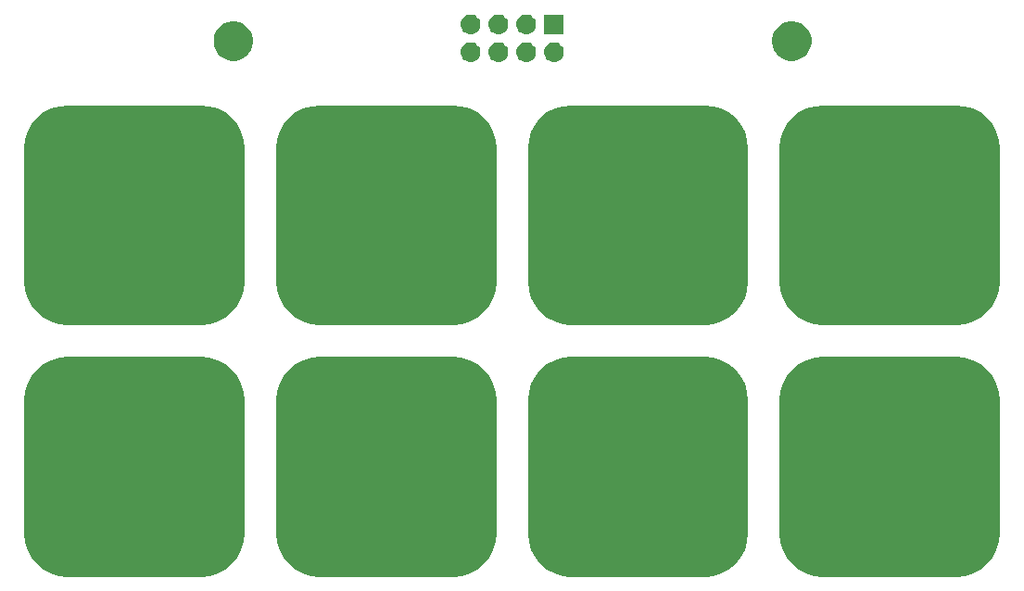
<source format=gbr>
G04 #@! TF.GenerationSoftware,KiCad,Pcbnew,(5.1.2-1)-1*
G04 #@! TF.CreationDate,2023-08-23T15:21:49-04:00*
G04 #@! TF.ProjectId,ESP32_AudioBoard_TouchPanel_Rev2,45535033-325f-4417-9564-696f426f6172,rev?*
G04 #@! TF.SameCoordinates,Original*
G04 #@! TF.FileFunction,Soldermask,Top*
G04 #@! TF.FilePolarity,Negative*
%FSLAX46Y46*%
G04 Gerber Fmt 4.6, Leading zero omitted, Abs format (unit mm)*
G04 Created by KiCad (PCBNEW (5.1.2-1)-1) date 2023-08-23 15:21:49*
%MOMM*%
%LPD*%
G04 APERTURE LIST*
%ADD10C,0.020000*%
G04 APERTURE END LIST*
D10*
G36*
X113840188Y-53950402D02*
G01*
X114580209Y-54174885D01*
X115262206Y-54539419D01*
X115859990Y-55030008D01*
X116350579Y-55627792D01*
X116715113Y-56309789D01*
X116939596Y-57049810D01*
X117015999Y-57825539D01*
X117015999Y-70024459D01*
X116939596Y-70800188D01*
X116715113Y-71540209D01*
X116350579Y-72222206D01*
X115859990Y-72819990D01*
X115262206Y-73310579D01*
X114580209Y-73675113D01*
X113840188Y-73899596D01*
X113064459Y-73975999D01*
X100865539Y-73975999D01*
X100089810Y-73899596D01*
X99349789Y-73675113D01*
X98667792Y-73310579D01*
X98070008Y-72819990D01*
X97579419Y-72222206D01*
X97214885Y-71540209D01*
X96990402Y-70800188D01*
X96913999Y-70024459D01*
X96913999Y-57825539D01*
X96990402Y-57049810D01*
X97214885Y-56309789D01*
X97579419Y-55627792D01*
X98070008Y-55030008D01*
X98667792Y-54539419D01*
X99349789Y-54174885D01*
X100089810Y-53950402D01*
X100865539Y-53873999D01*
X113064459Y-53873999D01*
X113840188Y-53950402D01*
X113840188Y-53950402D01*
G37*
G36*
X90840188Y-53950402D02*
G01*
X91580209Y-54174885D01*
X92262206Y-54539419D01*
X92859990Y-55030008D01*
X93350579Y-55627792D01*
X93715113Y-56309789D01*
X93939596Y-57049810D01*
X94015999Y-57825539D01*
X94015999Y-70024459D01*
X93939596Y-70800188D01*
X93715113Y-71540209D01*
X93350579Y-72222206D01*
X92859990Y-72819990D01*
X92262206Y-73310579D01*
X91580209Y-73675113D01*
X90840188Y-73899596D01*
X90064459Y-73975999D01*
X77865539Y-73975999D01*
X77089810Y-73899596D01*
X76349789Y-73675113D01*
X75667792Y-73310579D01*
X75070008Y-72819990D01*
X74579419Y-72222206D01*
X74214885Y-71540209D01*
X73990402Y-70800188D01*
X73913999Y-70024459D01*
X73913999Y-57825539D01*
X73990402Y-57049810D01*
X74214885Y-56309789D01*
X74579419Y-55627792D01*
X75070008Y-55030008D01*
X75667792Y-54539419D01*
X76349789Y-54174885D01*
X77089810Y-53950402D01*
X77865539Y-53873999D01*
X90064459Y-53873999D01*
X90840188Y-53950402D01*
X90840188Y-53950402D01*
G37*
G36*
X67840188Y-53950402D02*
G01*
X68580209Y-54174885D01*
X69262206Y-54539419D01*
X69859990Y-55030008D01*
X70350579Y-55627792D01*
X70715113Y-56309789D01*
X70939596Y-57049810D01*
X71015999Y-57825539D01*
X71015999Y-70024459D01*
X70939596Y-70800188D01*
X70715113Y-71540209D01*
X70350579Y-72222206D01*
X69859990Y-72819990D01*
X69262206Y-73310579D01*
X68580209Y-73675113D01*
X67840188Y-73899596D01*
X67064459Y-73975999D01*
X54865539Y-73975999D01*
X54089810Y-73899596D01*
X53349789Y-73675113D01*
X52667792Y-73310579D01*
X52070008Y-72819990D01*
X51579419Y-72222206D01*
X51214885Y-71540209D01*
X50990402Y-70800188D01*
X50913999Y-70024459D01*
X50913999Y-57825539D01*
X50990402Y-57049810D01*
X51214885Y-56309789D01*
X51579419Y-55627792D01*
X52070008Y-55030008D01*
X52667792Y-54539419D01*
X53349789Y-54174885D01*
X54089810Y-53950402D01*
X54865539Y-53873999D01*
X67064459Y-53873999D01*
X67840188Y-53950402D01*
X67840188Y-53950402D01*
G37*
G36*
X44840188Y-53950402D02*
G01*
X45580209Y-54174885D01*
X46262206Y-54539419D01*
X46859990Y-55030008D01*
X47350579Y-55627792D01*
X47715113Y-56309789D01*
X47939596Y-57049810D01*
X48015999Y-57825539D01*
X48015999Y-70024459D01*
X47939596Y-70800188D01*
X47715113Y-71540209D01*
X47350579Y-72222206D01*
X46859990Y-72819990D01*
X46262206Y-73310579D01*
X45580209Y-73675113D01*
X44840188Y-73899596D01*
X44064459Y-73975999D01*
X31865539Y-73975999D01*
X31089810Y-73899596D01*
X30349789Y-73675113D01*
X29667792Y-73310579D01*
X29070008Y-72819990D01*
X28579419Y-72222206D01*
X28214885Y-71540209D01*
X27990402Y-70800188D01*
X27913999Y-70024459D01*
X27913999Y-57825539D01*
X27990402Y-57049810D01*
X28214885Y-56309789D01*
X28579419Y-55627792D01*
X29070008Y-55030008D01*
X29667792Y-54539419D01*
X30349789Y-54174885D01*
X31089810Y-53950402D01*
X31865539Y-53873999D01*
X44064459Y-53873999D01*
X44840188Y-53950402D01*
X44840188Y-53950402D01*
G37*
G36*
X44840188Y-30950402D02*
G01*
X45580209Y-31174885D01*
X46262206Y-31539419D01*
X46859990Y-32030008D01*
X47350579Y-32627792D01*
X47715113Y-33309789D01*
X47939596Y-34049810D01*
X48015999Y-34825539D01*
X48015999Y-47024459D01*
X47939596Y-47800188D01*
X47715113Y-48540209D01*
X47350579Y-49222206D01*
X46859990Y-49819990D01*
X46262206Y-50310579D01*
X45580209Y-50675113D01*
X44840188Y-50899596D01*
X44064459Y-50975999D01*
X31865539Y-50975999D01*
X31089810Y-50899596D01*
X30349789Y-50675113D01*
X29667792Y-50310579D01*
X29070008Y-49819990D01*
X28579419Y-49222206D01*
X28214885Y-48540209D01*
X27990402Y-47800188D01*
X27913999Y-47024459D01*
X27913999Y-34825539D01*
X27990402Y-34049810D01*
X28214885Y-33309789D01*
X28579419Y-32627792D01*
X29070008Y-32030008D01*
X29667792Y-31539419D01*
X30349789Y-31174885D01*
X31089810Y-30950402D01*
X31865539Y-30873999D01*
X44064459Y-30873999D01*
X44840188Y-30950402D01*
X44840188Y-30950402D01*
G37*
G36*
X113840188Y-30950402D02*
G01*
X114580209Y-31174885D01*
X115262206Y-31539419D01*
X115859990Y-32030008D01*
X116350579Y-32627792D01*
X116715113Y-33309789D01*
X116939596Y-34049810D01*
X117015999Y-34825539D01*
X117015999Y-47024459D01*
X116939596Y-47800188D01*
X116715113Y-48540209D01*
X116350579Y-49222206D01*
X115859990Y-49819990D01*
X115262206Y-50310579D01*
X114580209Y-50675113D01*
X113840188Y-50899596D01*
X113064459Y-50975999D01*
X100865539Y-50975999D01*
X100089810Y-50899596D01*
X99349789Y-50675113D01*
X98667792Y-50310579D01*
X98070008Y-49819990D01*
X97579419Y-49222206D01*
X97214885Y-48540209D01*
X96990402Y-47800188D01*
X96913999Y-47024459D01*
X96913999Y-34825539D01*
X96990402Y-34049810D01*
X97214885Y-33309789D01*
X97579419Y-32627792D01*
X98070008Y-32030008D01*
X98667792Y-31539419D01*
X99349789Y-31174885D01*
X100089810Y-30950402D01*
X100865539Y-30873999D01*
X113064459Y-30873999D01*
X113840188Y-30950402D01*
X113840188Y-30950402D01*
G37*
G36*
X67840188Y-30950402D02*
G01*
X68580209Y-31174885D01*
X69262206Y-31539419D01*
X69859990Y-32030008D01*
X70350579Y-32627792D01*
X70715113Y-33309789D01*
X70939596Y-34049810D01*
X71015999Y-34825539D01*
X71015999Y-47024459D01*
X70939596Y-47800188D01*
X70715113Y-48540209D01*
X70350579Y-49222206D01*
X69859990Y-49819990D01*
X69262206Y-50310579D01*
X68580209Y-50675113D01*
X67840188Y-50899596D01*
X67064459Y-50975999D01*
X54865539Y-50975999D01*
X54089810Y-50899596D01*
X53349789Y-50675113D01*
X52667792Y-50310579D01*
X52070008Y-49819990D01*
X51579419Y-49222206D01*
X51214885Y-48540209D01*
X50990402Y-47800188D01*
X50913999Y-47024459D01*
X50913999Y-34825539D01*
X50990402Y-34049810D01*
X51214885Y-33309789D01*
X51579419Y-32627792D01*
X52070008Y-32030008D01*
X52667792Y-31539419D01*
X53349789Y-31174885D01*
X54089810Y-30950402D01*
X54865539Y-30873999D01*
X67064459Y-30873999D01*
X67840188Y-30950402D01*
X67840188Y-30950402D01*
G37*
G36*
X90840188Y-30950402D02*
G01*
X91580209Y-31174885D01*
X92262206Y-31539419D01*
X92859990Y-32030008D01*
X93350579Y-32627792D01*
X93715113Y-33309789D01*
X93939596Y-34049810D01*
X94015999Y-34825539D01*
X94015999Y-47024459D01*
X93939596Y-47800188D01*
X93715113Y-48540209D01*
X93350579Y-49222206D01*
X92859990Y-49819990D01*
X92262206Y-50310579D01*
X91580209Y-50675113D01*
X90840188Y-50899596D01*
X90064459Y-50975999D01*
X77865539Y-50975999D01*
X77089810Y-50899596D01*
X76349789Y-50675113D01*
X75667792Y-50310579D01*
X75070008Y-49819990D01*
X74579419Y-49222206D01*
X74214885Y-48540209D01*
X73990402Y-47800188D01*
X73913999Y-47024459D01*
X73913999Y-34825539D01*
X73990402Y-34049810D01*
X74214885Y-33309789D01*
X74579419Y-32627792D01*
X75070008Y-32030008D01*
X75667792Y-31539419D01*
X76349789Y-31174885D01*
X77089810Y-30950402D01*
X77865539Y-30873999D01*
X90064459Y-30873999D01*
X90840188Y-30950402D01*
X90840188Y-30950402D01*
G37*
G36*
X73850442Y-25115518D02*
G01*
X73916627Y-25122037D01*
X74086466Y-25173557D01*
X74242991Y-25257222D01*
X74278729Y-25286552D01*
X74380186Y-25369814D01*
X74463448Y-25471271D01*
X74492778Y-25507009D01*
X74576443Y-25663534D01*
X74627963Y-25833373D01*
X74645359Y-26010000D01*
X74627963Y-26186627D01*
X74576443Y-26356466D01*
X74492778Y-26512991D01*
X74463448Y-26548729D01*
X74380186Y-26650186D01*
X74280752Y-26731788D01*
X74242991Y-26762778D01*
X74086466Y-26846443D01*
X73916627Y-26897963D01*
X73850443Y-26904481D01*
X73784260Y-26911000D01*
X73695740Y-26911000D01*
X73629557Y-26904481D01*
X73563373Y-26897963D01*
X73393534Y-26846443D01*
X73237009Y-26762778D01*
X73199248Y-26731788D01*
X73099814Y-26650186D01*
X73016552Y-26548729D01*
X72987222Y-26512991D01*
X72903557Y-26356466D01*
X72852037Y-26186627D01*
X72834641Y-26010000D01*
X72852037Y-25833373D01*
X72903557Y-25663534D01*
X72987222Y-25507009D01*
X73016552Y-25471271D01*
X73099814Y-25369814D01*
X73201271Y-25286552D01*
X73237009Y-25257222D01*
X73393534Y-25173557D01*
X73563373Y-25122037D01*
X73629558Y-25115518D01*
X73695740Y-25109000D01*
X73784260Y-25109000D01*
X73850442Y-25115518D01*
X73850442Y-25115518D01*
G37*
G36*
X71310442Y-25115518D02*
G01*
X71376627Y-25122037D01*
X71546466Y-25173557D01*
X71702991Y-25257222D01*
X71738729Y-25286552D01*
X71840186Y-25369814D01*
X71923448Y-25471271D01*
X71952778Y-25507009D01*
X72036443Y-25663534D01*
X72087963Y-25833373D01*
X72105359Y-26010000D01*
X72087963Y-26186627D01*
X72036443Y-26356466D01*
X71952778Y-26512991D01*
X71923448Y-26548729D01*
X71840186Y-26650186D01*
X71740752Y-26731788D01*
X71702991Y-26762778D01*
X71546466Y-26846443D01*
X71376627Y-26897963D01*
X71310443Y-26904481D01*
X71244260Y-26911000D01*
X71155740Y-26911000D01*
X71089557Y-26904481D01*
X71023373Y-26897963D01*
X70853534Y-26846443D01*
X70697009Y-26762778D01*
X70659248Y-26731788D01*
X70559814Y-26650186D01*
X70476552Y-26548729D01*
X70447222Y-26512991D01*
X70363557Y-26356466D01*
X70312037Y-26186627D01*
X70294641Y-26010000D01*
X70312037Y-25833373D01*
X70363557Y-25663534D01*
X70447222Y-25507009D01*
X70476552Y-25471271D01*
X70559814Y-25369814D01*
X70661271Y-25286552D01*
X70697009Y-25257222D01*
X70853534Y-25173557D01*
X71023373Y-25122037D01*
X71089558Y-25115518D01*
X71155740Y-25109000D01*
X71244260Y-25109000D01*
X71310442Y-25115518D01*
X71310442Y-25115518D01*
G37*
G36*
X68770442Y-25115518D02*
G01*
X68836627Y-25122037D01*
X69006466Y-25173557D01*
X69162991Y-25257222D01*
X69198729Y-25286552D01*
X69300186Y-25369814D01*
X69383448Y-25471271D01*
X69412778Y-25507009D01*
X69496443Y-25663534D01*
X69547963Y-25833373D01*
X69565359Y-26010000D01*
X69547963Y-26186627D01*
X69496443Y-26356466D01*
X69412778Y-26512991D01*
X69383448Y-26548729D01*
X69300186Y-26650186D01*
X69200752Y-26731788D01*
X69162991Y-26762778D01*
X69006466Y-26846443D01*
X68836627Y-26897963D01*
X68770443Y-26904481D01*
X68704260Y-26911000D01*
X68615740Y-26911000D01*
X68549557Y-26904481D01*
X68483373Y-26897963D01*
X68313534Y-26846443D01*
X68157009Y-26762778D01*
X68119248Y-26731788D01*
X68019814Y-26650186D01*
X67936552Y-26548729D01*
X67907222Y-26512991D01*
X67823557Y-26356466D01*
X67772037Y-26186627D01*
X67754641Y-26010000D01*
X67772037Y-25833373D01*
X67823557Y-25663534D01*
X67907222Y-25507009D01*
X67936552Y-25471271D01*
X68019814Y-25369814D01*
X68121271Y-25286552D01*
X68157009Y-25257222D01*
X68313534Y-25173557D01*
X68483373Y-25122037D01*
X68549558Y-25115518D01*
X68615740Y-25109000D01*
X68704260Y-25109000D01*
X68770442Y-25115518D01*
X68770442Y-25115518D01*
G37*
G36*
X76390442Y-25115518D02*
G01*
X76456627Y-25122037D01*
X76626466Y-25173557D01*
X76782991Y-25257222D01*
X76818729Y-25286552D01*
X76920186Y-25369814D01*
X77003448Y-25471271D01*
X77032778Y-25507009D01*
X77116443Y-25663534D01*
X77167963Y-25833373D01*
X77185359Y-26010000D01*
X77167963Y-26186627D01*
X77116443Y-26356466D01*
X77032778Y-26512991D01*
X77003448Y-26548729D01*
X76920186Y-26650186D01*
X76820752Y-26731788D01*
X76782991Y-26762778D01*
X76626466Y-26846443D01*
X76456627Y-26897963D01*
X76390443Y-26904481D01*
X76324260Y-26911000D01*
X76235740Y-26911000D01*
X76169557Y-26904481D01*
X76103373Y-26897963D01*
X75933534Y-26846443D01*
X75777009Y-26762778D01*
X75739248Y-26731788D01*
X75639814Y-26650186D01*
X75556552Y-26548729D01*
X75527222Y-26512991D01*
X75443557Y-26356466D01*
X75392037Y-26186627D01*
X75374641Y-26010000D01*
X75392037Y-25833373D01*
X75443557Y-25663534D01*
X75527222Y-25507009D01*
X75556552Y-25471271D01*
X75639814Y-25369814D01*
X75741271Y-25286552D01*
X75777009Y-25257222D01*
X75933534Y-25173557D01*
X76103373Y-25122037D01*
X76169558Y-25115518D01*
X76235740Y-25109000D01*
X76324260Y-25109000D01*
X76390442Y-25115518D01*
X76390442Y-25115518D01*
G37*
G36*
X98525331Y-23268211D02*
G01*
X98853092Y-23403974D01*
X99148070Y-23601072D01*
X99398928Y-23851930D01*
X99596026Y-24146908D01*
X99731789Y-24474669D01*
X99801000Y-24822616D01*
X99801000Y-25177384D01*
X99731789Y-25525331D01*
X99596026Y-25853092D01*
X99398928Y-26148070D01*
X99148070Y-26398928D01*
X98853092Y-26596026D01*
X98525331Y-26731789D01*
X98177384Y-26801000D01*
X97822616Y-26801000D01*
X97474669Y-26731789D01*
X97146908Y-26596026D01*
X96851930Y-26398928D01*
X96601072Y-26148070D01*
X96403974Y-25853092D01*
X96268211Y-25525331D01*
X96199000Y-25177384D01*
X96199000Y-24822616D01*
X96268211Y-24474669D01*
X96403974Y-24146908D01*
X96601072Y-23851930D01*
X96851930Y-23601072D01*
X97146908Y-23403974D01*
X97474669Y-23268211D01*
X97822616Y-23199000D01*
X98177384Y-23199000D01*
X98525331Y-23268211D01*
X98525331Y-23268211D01*
G37*
G36*
X47525331Y-23268211D02*
G01*
X47853092Y-23403974D01*
X48148070Y-23601072D01*
X48398928Y-23851930D01*
X48596026Y-24146908D01*
X48731789Y-24474669D01*
X48801000Y-24822616D01*
X48801000Y-25177384D01*
X48731789Y-25525331D01*
X48596026Y-25853092D01*
X48398928Y-26148070D01*
X48148070Y-26398928D01*
X47853092Y-26596026D01*
X47525331Y-26731789D01*
X47177384Y-26801000D01*
X46822616Y-26801000D01*
X46474669Y-26731789D01*
X46146908Y-26596026D01*
X45851930Y-26398928D01*
X45601072Y-26148070D01*
X45403974Y-25853092D01*
X45268211Y-25525331D01*
X45199000Y-25177384D01*
X45199000Y-24822616D01*
X45268211Y-24474669D01*
X45403974Y-24146908D01*
X45601072Y-23851930D01*
X45851930Y-23601072D01*
X46146908Y-23403974D01*
X46474669Y-23268211D01*
X46822616Y-23199000D01*
X47177384Y-23199000D01*
X47525331Y-23268211D01*
X47525331Y-23268211D01*
G37*
G36*
X77181000Y-24371000D02*
G01*
X75379000Y-24371000D01*
X75379000Y-22569000D01*
X77181000Y-22569000D01*
X77181000Y-24371000D01*
X77181000Y-24371000D01*
G37*
G36*
X73850442Y-22575518D02*
G01*
X73916627Y-22582037D01*
X74086466Y-22633557D01*
X74242991Y-22717222D01*
X74278729Y-22746552D01*
X74380186Y-22829814D01*
X74463448Y-22931271D01*
X74492778Y-22967009D01*
X74576443Y-23123534D01*
X74627963Y-23293373D01*
X74645359Y-23470000D01*
X74627963Y-23646627D01*
X74576443Y-23816466D01*
X74492778Y-23972991D01*
X74463448Y-24008729D01*
X74380186Y-24110186D01*
X74278729Y-24193448D01*
X74242991Y-24222778D01*
X74086466Y-24306443D01*
X73916627Y-24357963D01*
X73850442Y-24364482D01*
X73784260Y-24371000D01*
X73695740Y-24371000D01*
X73629557Y-24364481D01*
X73563373Y-24357963D01*
X73393534Y-24306443D01*
X73237009Y-24222778D01*
X73201271Y-24193448D01*
X73099814Y-24110186D01*
X73016552Y-24008729D01*
X72987222Y-23972991D01*
X72903557Y-23816466D01*
X72852037Y-23646627D01*
X72834641Y-23470000D01*
X72852037Y-23293373D01*
X72903557Y-23123534D01*
X72987222Y-22967009D01*
X73016552Y-22931271D01*
X73099814Y-22829814D01*
X73201271Y-22746552D01*
X73237009Y-22717222D01*
X73393534Y-22633557D01*
X73563373Y-22582037D01*
X73629557Y-22575519D01*
X73695740Y-22569000D01*
X73784260Y-22569000D01*
X73850442Y-22575518D01*
X73850442Y-22575518D01*
G37*
G36*
X71310442Y-22575518D02*
G01*
X71376627Y-22582037D01*
X71546466Y-22633557D01*
X71702991Y-22717222D01*
X71738729Y-22746552D01*
X71840186Y-22829814D01*
X71923448Y-22931271D01*
X71952778Y-22967009D01*
X72036443Y-23123534D01*
X72087963Y-23293373D01*
X72105359Y-23470000D01*
X72087963Y-23646627D01*
X72036443Y-23816466D01*
X71952778Y-23972991D01*
X71923448Y-24008729D01*
X71840186Y-24110186D01*
X71738729Y-24193448D01*
X71702991Y-24222778D01*
X71546466Y-24306443D01*
X71376627Y-24357963D01*
X71310442Y-24364482D01*
X71244260Y-24371000D01*
X71155740Y-24371000D01*
X71089557Y-24364481D01*
X71023373Y-24357963D01*
X70853534Y-24306443D01*
X70697009Y-24222778D01*
X70661271Y-24193448D01*
X70559814Y-24110186D01*
X70476552Y-24008729D01*
X70447222Y-23972991D01*
X70363557Y-23816466D01*
X70312037Y-23646627D01*
X70294641Y-23470000D01*
X70312037Y-23293373D01*
X70363557Y-23123534D01*
X70447222Y-22967009D01*
X70476552Y-22931271D01*
X70559814Y-22829814D01*
X70661271Y-22746552D01*
X70697009Y-22717222D01*
X70853534Y-22633557D01*
X71023373Y-22582037D01*
X71089557Y-22575519D01*
X71155740Y-22569000D01*
X71244260Y-22569000D01*
X71310442Y-22575518D01*
X71310442Y-22575518D01*
G37*
G36*
X68770442Y-22575518D02*
G01*
X68836627Y-22582037D01*
X69006466Y-22633557D01*
X69162991Y-22717222D01*
X69198729Y-22746552D01*
X69300186Y-22829814D01*
X69383448Y-22931271D01*
X69412778Y-22967009D01*
X69496443Y-23123534D01*
X69547963Y-23293373D01*
X69565359Y-23470000D01*
X69547963Y-23646627D01*
X69496443Y-23816466D01*
X69412778Y-23972991D01*
X69383448Y-24008729D01*
X69300186Y-24110186D01*
X69198729Y-24193448D01*
X69162991Y-24222778D01*
X69006466Y-24306443D01*
X68836627Y-24357963D01*
X68770442Y-24364482D01*
X68704260Y-24371000D01*
X68615740Y-24371000D01*
X68549557Y-24364481D01*
X68483373Y-24357963D01*
X68313534Y-24306443D01*
X68157009Y-24222778D01*
X68121271Y-24193448D01*
X68019814Y-24110186D01*
X67936552Y-24008729D01*
X67907222Y-23972991D01*
X67823557Y-23816466D01*
X67772037Y-23646627D01*
X67754641Y-23470000D01*
X67772037Y-23293373D01*
X67823557Y-23123534D01*
X67907222Y-22967009D01*
X67936552Y-22931271D01*
X68019814Y-22829814D01*
X68121271Y-22746552D01*
X68157009Y-22717222D01*
X68313534Y-22633557D01*
X68483373Y-22582037D01*
X68549557Y-22575519D01*
X68615740Y-22569000D01*
X68704260Y-22569000D01*
X68770442Y-22575518D01*
X68770442Y-22575518D01*
G37*
M02*

</source>
